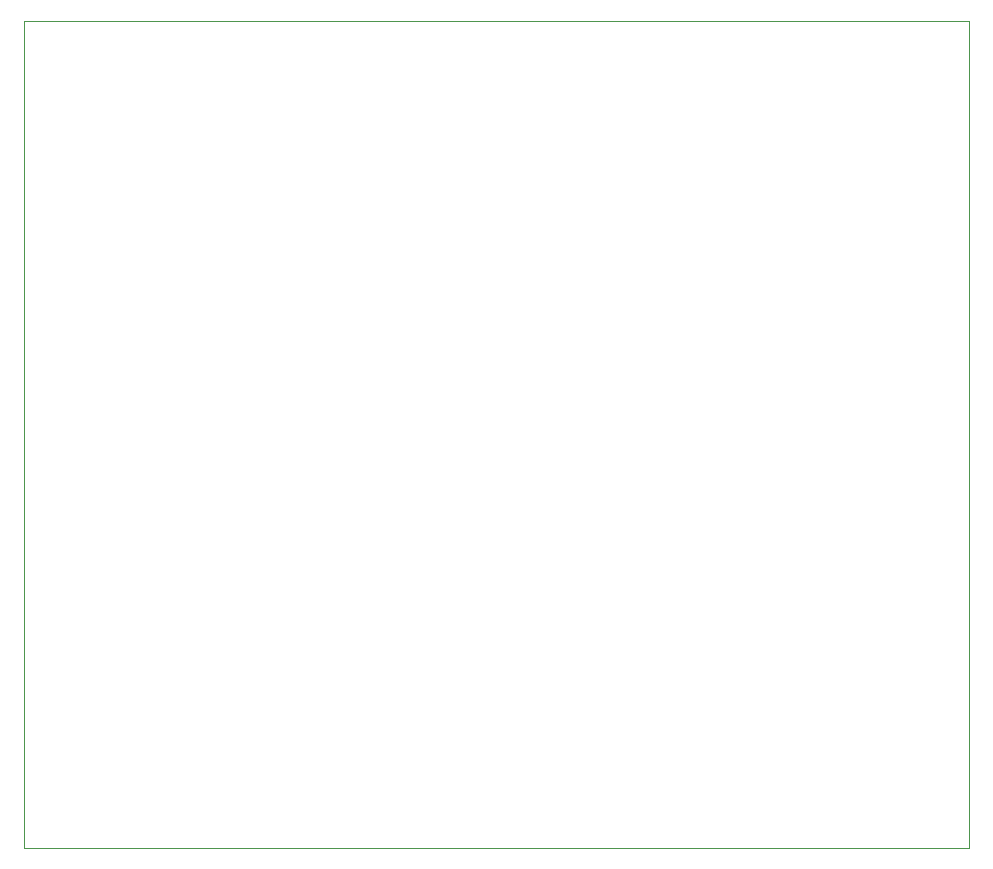
<source format=gbr>
G04 #@! TF.GenerationSoftware,KiCad,Pcbnew,8.0.4*
G04 #@! TF.CreationDate,2024-10-11T16:18:39-05:00*
G04 #@! TF.ProjectId,final_project_v0.1,66696e61-6c5f-4707-926f-6a6563745f76,rev?*
G04 #@! TF.SameCoordinates,Original*
G04 #@! TF.FileFunction,Profile,NP*
%FSLAX46Y46*%
G04 Gerber Fmt 4.6, Leading zero omitted, Abs format (unit mm)*
G04 Created by KiCad (PCBNEW 8.0.4) date 2024-10-11 16:18:39*
%MOMM*%
%LPD*%
G01*
G04 APERTURE LIST*
G04 #@! TA.AperFunction,Profile*
%ADD10C,0.050000*%
G04 #@! TD*
G04 APERTURE END LIST*
D10*
X100000000Y-50000000D02*
X180000000Y-50000000D01*
X180000000Y-120000000D01*
X100000000Y-120000000D01*
X100000000Y-50000000D01*
M02*

</source>
